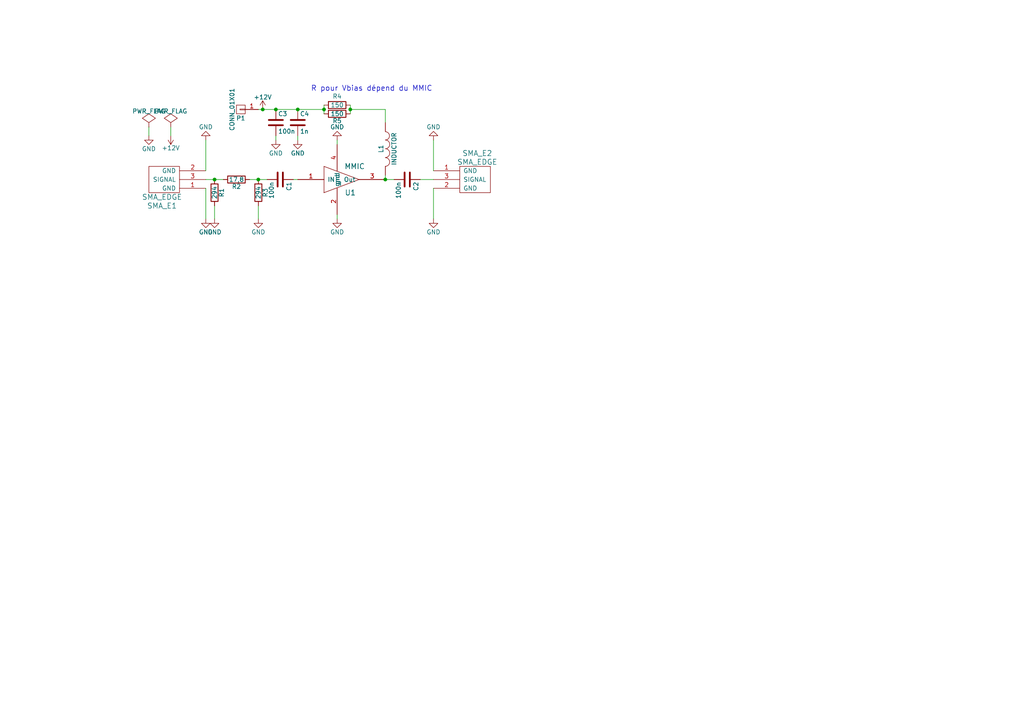
<source format=kicad_sch>
(kicad_sch (version 20230121) (generator eeschema)
  (paper "A4")
  (lib_symbols
    (symbol "MMIC_amp-rescue:+12V" (power) (pin_names (offset 0))
      (property "Value" "+12V" (at 0 3.556 0))
      (symbol "+12V_0_1"
        (polyline (pts (xy -0.762 1.27) (xy 0 2.54)))
        (polyline (pts (xy 0 0) (xy 0 2.54)))
        (polyline (pts (xy 0 2.54) (xy 0.762 1.27)))
      )
      (symbol "+12V_1_1"
        (pin power_in line (at 0 0 90) (length 0) hide (name "+12V") (number "1"))
      )
    )
    (symbol "MMIC_amp-rescue:C" (pin_numbers hide) (pin_names (offset 0.254))
      (property "Reference" "C" (at 0.635 2.54 0))
      (property "Value" "C" (at 0.635 -2.54 0))
      (symbol "C_0_1"
        (polyline (pts (xy -2.032 -0.762) (xy 2.032 -0.762)) (stroke (width 0.508)))
        (polyline (pts (xy -2.032 0.762) (xy 2.032 0.762)) (stroke (width 0.508)))
      )
      (symbol "C_1_1"
        (pin passive line (at 0 3.81 270) (length 2.794) (name "~") (number "1"))
        (pin passive line (at 0 -3.81 90) (length 2.794) (name "~") (number "2"))
      )
    )
    (symbol "MMIC_amp-rescue:CONN_01X01" (pin_names (offset 1.016) hide)
      (property "Reference" "P" (at 0 2.54 0))
      (property "Value" "CONN_01X01" (at 2.54 0 90))
      (symbol "CONN_01X01_0_1"
        (rectangle (start -1.27 0.127) (end 0.254 -0.127))
        (rectangle (start -1.27 1.27) (end 1.27 -1.27))
      )
      (symbol "CONN_01X01_1_1"
        (pin passive line (at -5.08 0 0) (length 3.81) (name "P1") (number "1"))
      )
    )
    (symbol "MMIC_amp-rescue:GND" (power) (pin_names (offset 0))
      (property "Value" "GND" (at 0 -3.81 0))
      (symbol "GND_0_1"
        (polyline (pts (xy 0 0) (xy 0 -1.27) (xy 1.27 -1.27) (xy 0 -2.54) (xy -1.27 -1.27) (xy 0 -1.27)))
      )
      (symbol "GND_1_1"
        (pin power_in line (at 0 0 270) (length 0) hide (name "GND") (number "1"))
      )
    )
    (symbol "MMIC_amp-rescue:INDUCTOR" (pin_numbers hide) (pin_names (offset 1.016) hide)
      (property "Reference" "L" (at -1.27 0 90))
      (property "Value" "INDUCTOR" (at 2.54 0 90))
      (symbol "INDUCTOR_0_1"
        (arc (start 0.0254 -5.0546) (mid 1.2449 -3.8097) (end 0.0254 -2.54))
        (arc (start 0.0254 -2.5146) (mid 1.2703 -1.2444) (end 0.0254 0.0508))
        (arc (start 0.0254 0.0254) (mid 1.2703 1.2956) (end 0.0254 2.5908))
        (arc (start 0.0254 2.5654) (mid 1.1941 3.7595) (end 0.0254 4.9784))
      )
      (symbol "INDUCTOR_1_1"
        (pin passive line (at 0 7.62 270) (length 2.54) (name "1") (number "1"))
        (pin passive line (at 0 -7.62 90) (length 2.54) (name "2") (number "2"))
      )
    )
    (symbol "MMIC_amp-rescue:PWR_FLAG" (power) (pin_numbers hide) (pin_names (offset 0) hide)
      (property "Value" "PWR_FLAG" (at 0 4.572 0))
      (symbol "PWR_FLAG_0_0"
        (pin power_out line (at 0 0 90) (length 0) (name "pwr") (number "1"))
      )
      (symbol "PWR_FLAG_0_1"
        (polyline (pts (xy 0 0) (xy 0 1.27) (xy -1.905 2.54) (xy 0 3.81) (xy 1.905 2.54) (xy 0 1.27)))
      )
    )
    (symbol "MMIC_amp-rescue:R" (pin_numbers hide) (pin_names (offset 0))
      (property "Reference" "R" (at 2.032 0 90))
      (property "Value" "R" (at 0 0 90))
      (symbol "R_0_1"
        (rectangle (start -1.016 -2.54) (end 1.016 2.54) (stroke (width 0.254)))
      )
      (symbol "R_1_1"
        (pin passive line (at 0 3.81 270) (length 1.27) (name "~") (number "1"))
        (pin passive line (at 0 -3.81 90) (length 1.27) (name "~") (number "2"))
      )
    )
    (symbol "mmic:MMIC" (pin_names (offset 1.016))
      (property "Reference" "U" (at 3.81 -3.81 0))
      (property "Value" "MMIC" (at 5.08 3.81 0))
      (symbol "MMIC_0_1"
        (rectangle (start -3.81 -3.81) (end -3.81 -3.81))
        (rectangle (start -3.81 3.81) (end -3.81 -3.81))
        (polyline (pts (xy -3.81 -3.81) (xy 6.35 0) (xy -3.81 3.81) (xy -3.81 3.81) (xy -3.81 3.81)))
      )
      (symbol "MMIC_1_1"
        (pin input line (at -11.43 0 0) (length 7.62) (name "IN") (number "1"))
        (pin power_in line (at 0 -10.16 90) (length 7.62) (name "gnd") (number "2"))
        (pin output line (at 13.97 0 180) (length 7.62) (name "Out") (number "3"))
        (pin power_in line (at 0 10.16 270) (length 7.62) (name "gnd") (number "4"))
      )
    )
    (symbol "sma_edge:SMA_EDGE" (pin_names (offset 1.016))
      (property "Reference" "SMA_E" (at 3.81 7.62 0))
      (property "Value" "SMA_EDGE" (at 3.81 5.08 0))
      (symbol "SMA_EDGE_0_1"
        (rectangle (start -1.27 3.81) (end 7.62 -3.81))
      )
      (symbol "SMA_EDGE_1_1"
        (pin bidirectional line (at -8.89 2.54 0) (length 7.62) (name "GND") (number "1"))
        (pin bidirectional line (at -8.89 -2.54 0) (length 7.62) (name "GND") (number "2"))
        (pin bidirectional line (at -8.89 0 0) (length 7.62) (name "SIGNAL") (number "3"))
      )
    )
  )
  (junction (at 62.23 52.07))
  (junction (at 101.6 31.75))
  (junction (at 86.36 31.75))
  (junction (at 93.98 31.75))
  (junction (at 74.93 52.07))
  (junction (at 76.2 31.75))
  (junction (at 111.76 52.07))
  (junction (at 80.01 31.75))
  (wire (pts (xy 62.23 59.69) (xy 62.23 63.5)))
  (wire (pts (xy 80.01 39.37) (xy 80.01 40.64)))
  (wire (pts (xy 74.93 52.07) (xy 77.47 52.07)))
  (wire (pts (xy 59.69 52.07) (xy 62.23 52.07)))
  (wire (pts (xy 97.79 40.64) (xy 97.79 41.91)))
  (wire (pts (xy 125.73 54.61) (xy 125.73 63.5)))
  (wire (pts (xy 43.18 36.83) (xy 43.18 39.37)))
  (wire (pts (xy 121.92 52.07) (xy 125.73 52.07)))
  (wire (pts (xy 72.39 52.07) (xy 74.93 52.07)))
  (wire (pts (xy 125.73 40.64) (xy 125.73 49.53)))
  (wire (pts (xy 101.6 31.75) (xy 101.6 33.02)))
  (wire (pts (xy 62.23 52.07) (xy 64.77 52.07)))
  (wire (pts (xy 49.53 36.83) (xy 49.53 39.37)))
  (wire (pts (xy 111.76 31.75) (xy 111.76 35.56)))
  (wire (pts (xy 111.76 50.8) (xy 111.76 52.07)))
  (wire (pts (xy 80.01 31.75) (xy 86.36 31.75)))
  (wire (pts (xy 97.79 62.23) (xy 97.79 63.5)))
  (wire (pts (xy 93.98 30.48) (xy 93.98 31.75)))
  (wire (pts (xy 101.6 31.75) (xy 111.76 31.75)))
  (wire (pts (xy 59.69 40.64) (xy 59.69 49.53)))
  (wire (pts (xy 76.2 31.75) (xy 80.01 31.75)))
  (wire (pts (xy 93.98 31.75) (xy 93.98 33.02)))
  (wire (pts (xy 86.36 39.37) (xy 86.36 40.64)))
  (wire (pts (xy 74.93 59.69) (xy 74.93 63.5)))
  (wire (pts (xy 59.69 54.61) (xy 59.69 63.5)))
  (wire (pts (xy 86.36 31.75) (xy 93.98 31.75)))
  (wire (pts (xy 101.6 30.48) (xy 101.6 31.75)))
  (wire (pts (xy 111.76 52.07) (xy 114.3 52.07)))
  (wire (pts (xy 85.09 52.07) (xy 86.36 52.07)))
  (wire (pts (xy 74.93 31.75) (xy 76.2 31.75)))
  (text "R pour Vbias dépend du MMIC" (at 90.17 26.67 0) (effects (font (size 1.524 1.524)) (justify left bottom)))
  (symbol (lib_id "MMIC_amp-rescue:R") (at 62.23 55.88 0) (unit 1)
    (property "Reference" "R1" (at 64.262 55.88 90))
    (property "Value" "294" (at 62.23 55.88 90))
    (property "Footprint" "Capacitors_SMD:C_0805_HandSoldering" (effects hide))
  )
  (symbol (lib_id "MMIC_amp-rescue:R") (at 68.58 52.07 270) (unit 1)
    (property "Reference" "R2" (at 68.58 54.102 90))
    (property "Value" "17,8" (at 68.58 52.07 90))
    (property "Footprint" "Capacitors_SMD:C_0805_HandSoldering" (effects hide))
  )
  (symbol (lib_id "MMIC_amp-rescue:R") (at 74.93 55.88 0) (unit 1)
    (property "Reference" "R3" (at 76.962 55.88 90))
    (property "Value" "294" (at 74.93 55.88 90))
    (property "Footprint" "Capacitors_SMD:C_0805_HandSoldering" (effects hide))
  )
  (symbol (lib_id "MMIC_amp-rescue:GND") (at 43.18 39.37 0) (unit 1)
    (property "Reference" "#PWR01" (effects hide))
    (property "Value" "GND" (at 43.18 43.18 0))
  )
  (symbol (lib_id "MMIC_amp-rescue:+12V") (at 49.53 39.37 180) (unit 1)
    (property "Reference" "#PWR02" (effects hide))
    (property "Value" "+12V" (at 49.53 42.926 0))
  )
  (symbol (lib_id "MMIC_amp-rescue:PWR_FLAG") (at 43.18 36.83 0) (unit 1)
    (property "Reference" "#FLG03" (effects hide))
    (property "Value" "PWR_FLAG" (at 43.18 32.258 0))
  )
  (symbol (lib_id "MMIC_amp-rescue:PWR_FLAG") (at 49.53 36.83 0) (unit 1)
    (property "Reference" "#FLG04" (effects hide))
    (property "Value" "PWR_FLAG" (at 49.53 32.258 0))
  )
  (symbol (lib_id "MMIC_amp-rescue:GND") (at 62.23 63.5 0) (unit 1)
    (property "Reference" "#PWR05" (effects hide))
    (property "Value" "GND" (at 62.23 67.31 0))
  )
  (symbol (lib_id "MMIC_amp-rescue:GND") (at 74.93 63.5 0) (unit 1)
    (property "Reference" "#PWR06" (effects hide))
    (property "Value" "GND" (at 74.93 67.31 0))
  )
  (symbol (lib_id "MMIC_amp-rescue:GND") (at 59.69 63.5 0) (unit 1)
    (property "Reference" "#PWR07" (effects hide))
    (property "Value" "GND" (at 59.69 67.31 0))
  )
  (symbol (lib_id "mmic:MMIC") (at 97.79 52.07 0) (unit 1)
    (property "Reference" "U1" (at 101.6 55.88 0) (effects (font (size 1.524 1.524))))
    (property "Value" "MMIC" (at 102.87 48.26 0) (effects (font (size 1.524 1.524))))
    (property "Footprint" "MMIC Amp:MMIC" (effects hide))
  )
  (symbol (lib_id "MMIC_amp-rescue:GND") (at 97.79 63.5 0) (unit 1)
    (property "Reference" "#PWR08" (effects hide))
    (property "Value" "GND" (at 97.79 67.31 0))
  )
  (symbol (lib_id "MMIC_amp-rescue:GND") (at 97.79 40.64 180) (unit 1)
    (property "Reference" "#PWR09" (effects hide))
    (property "Value" "GND" (at 97.79 36.83 0))
  )
  (symbol (lib_id "MMIC_amp-rescue:GND") (at 125.73 63.5 0) (unit 1)
    (property "Reference" "#PWR010" (effects hide))
    (property "Value" "GND" (at 125.73 67.31 0))
  )
  (symbol (lib_id "sma_edge:SMA_EDGE") (at 134.62 52.07 0) (unit 1)
    (property "Reference" "SMA_E2" (at 138.43 44.45 0) (effects (font (size 1.524 1.524))))
    (property "Value" "SMA_EDGE" (at 138.43 46.99 0) (effects (font (size 1.524 1.524))))
    (property "Footprint" "MMIC Amp:SMA_EDGE" (effects hide))
  )
  (symbol (lib_id "sma_edge:SMA_EDGE") (at 50.8 52.07 180) (unit 1)
    (property "Reference" "SMA_E1" (at 46.99 59.69 0) (effects (font (size 1.524 1.524))))
    (property "Value" "SMA_EDGE" (at 46.99 57.15 0) (effects (font (size 1.524 1.524))))
    (property "Footprint" "MMIC Amp:SMA_EDGE" (effects hide))
  )
  (symbol (lib_id "MMIC_amp-rescue:GND") (at 59.69 40.64 180) (unit 1)
    (property "Reference" "#PWR011" (effects hide))
    (property "Value" "GND" (at 59.69 36.83 0))
  )
  (symbol (lib_id "MMIC_amp-rescue:GND") (at 125.73 40.64 180) (unit 1)
    (property "Reference" "#PWR012" (effects hide))
    (property "Value" "GND" (at 125.73 36.83 0))
  )
  (symbol (lib_id "MMIC_amp-rescue:C") (at 81.28 52.07 270) (unit 1)
    (property "Reference" "C1" (at 83.82 52.705 0) (effects (justify left)))
    (property "Value" "100n" (at 78.74 52.705 0) (effects (justify left)))
    (property "Footprint" "Capacitors_SMD:C_1206_HandSoldering" (effects hide))
  )
  (symbol (lib_id "MMIC_amp-rescue:C") (at 118.11 52.07 270) (unit 1)
    (property "Reference" "C2" (at 120.65 52.705 0) (effects (justify left)))
    (property "Value" "100n" (at 115.57 52.705 0) (effects (justify left)))
    (property "Footprint" "Capacitors_SMD:C_1206_HandSoldering" (effects hide))
  )
  (symbol (lib_id "MMIC_amp-rescue:INDUCTOR") (at 111.76 43.18 0) (unit 1)
    (property "Reference" "L1" (at 110.49 43.18 90))
    (property "Value" "INDUCTOR" (at 114.3 43.18 90))
    (property "Footprint" "Capacitors_SMD:C_1210_HandSoldering" (effects hide))
  )
  (symbol (lib_id "MMIC_amp-rescue:+12V") (at 76.2 31.75 0) (unit 1)
    (property "Reference" "#PWR013" (effects hide))
    (property "Value" "+12V" (at 76.2 28.194 0))
  )
  (symbol (lib_id "MMIC_amp-rescue:R") (at 97.79 33.02 270) (unit 1)
    (property "Reference" "R5" (at 97.79 35.052 90))
    (property "Value" "150" (at 97.79 33.02 90))
    (property "Footprint" "Capacitors_SMD:C_0805_HandSoldering" (effects hide))
  )
  (symbol (lib_id "MMIC_amp-rescue:R") (at 97.79 30.48 270) (unit 1)
    (property "Reference" "R4" (at 97.79 27.94 90))
    (property "Value" "150" (at 97.79 30.48 90))
    (property "Footprint" "Capacitors_SMD:C_0805_HandSoldering" (effects hide))
  )
  (symbol (lib_id "MMIC_amp-rescue:C") (at 80.01 35.56 0) (unit 1)
    (property "Reference" "C3" (at 80.645 33.02 0) (effects (justify left)))
    (property "Value" "100n" (at 80.645 38.1 0) (effects (justify left)))
    (property "Footprint" "Capacitors_SMD:C_1206_HandSoldering" (effects hide))
  )
  (symbol (lib_id "MMIC_amp-rescue:C") (at 86.36 35.56 0) (unit 1)
    (property "Reference" "C4" (at 86.995 33.02 0) (effects (justify left)))
    (property "Value" "1n" (at 86.995 38.1 0) (effects (justify left)))
    (property "Footprint" "Capacitors_SMD:C_1206_HandSoldering" (effects hide))
  )
  (symbol (lib_id "MMIC_amp-rescue:GND") (at 86.36 40.64 0) (unit 1)
    (property "Reference" "#PWR014" (effects hide))
    (property "Value" "GND" (at 86.36 44.45 0))
  )
  (symbol (lib_id "MMIC_amp-rescue:GND") (at 80.01 40.64 0) (unit 1)
    (property "Reference" "#PWR015" (effects hide))
    (property "Value" "GND" (at 80.01 44.45 0))
  )
  (symbol (lib_id "MMIC_amp-rescue:CONN_01X01") (at 69.85 31.75 180) (unit 1)
    (property "Reference" "P1" (at 69.85 34.29 0))
    (property "Value" "CONN_01X01" (at 67.31 31.75 90))
    (property "Footprint" "Connect:1pin" (effects hide))
  )
)
</source>
